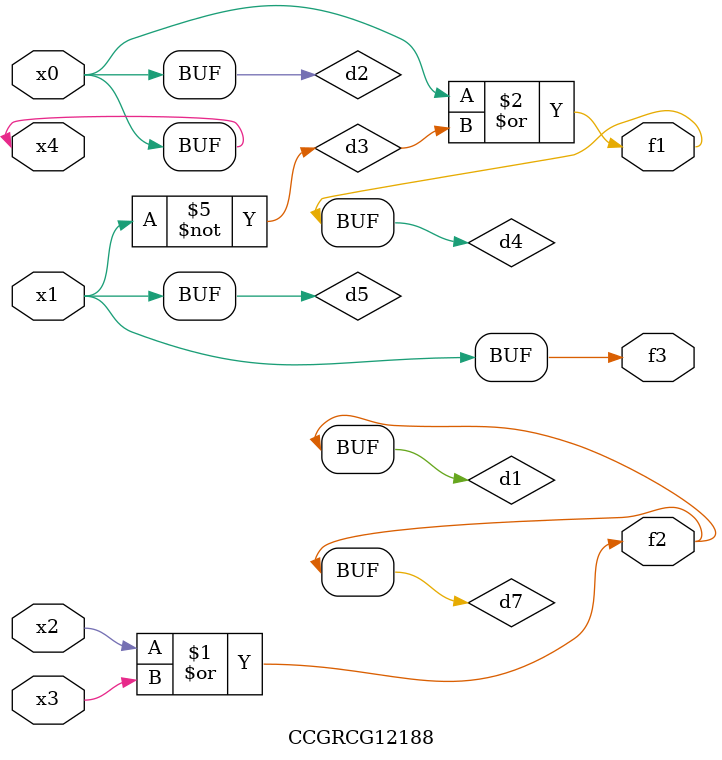
<source format=v>
module CCGRCG12188(
	input x0, x1, x2, x3, x4,
	output f1, f2, f3
);

	wire d1, d2, d3, d4, d5, d6, d7;

	or (d1, x2, x3);
	buf (d2, x0, x4);
	not (d3, x1);
	or (d4, d2, d3);
	not (d5, d3);
	nand (d6, d1, d3);
	or (d7, d1);
	assign f1 = d4;
	assign f2 = d7;
	assign f3 = d5;
endmodule

</source>
